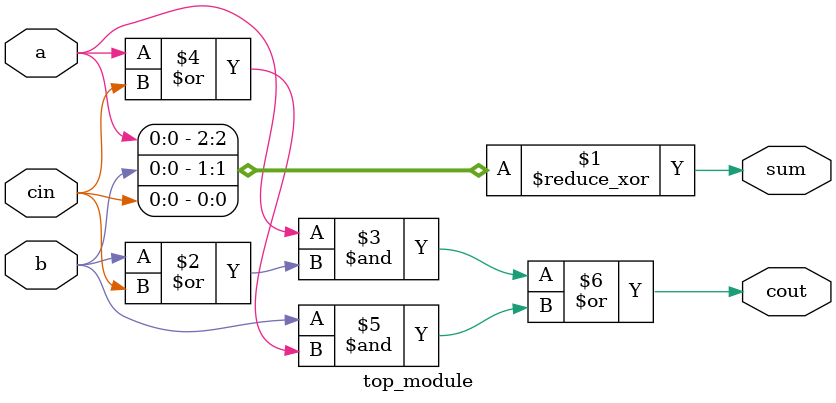
<source format=v>
module top_module( 
    input a, b, cin,
    output cout, sum );
	
    assign sum = ^ {a, b, cin};
    assign cout = (a & (b | cin)) | (b & (a|cin)); 
endmodule

</source>
